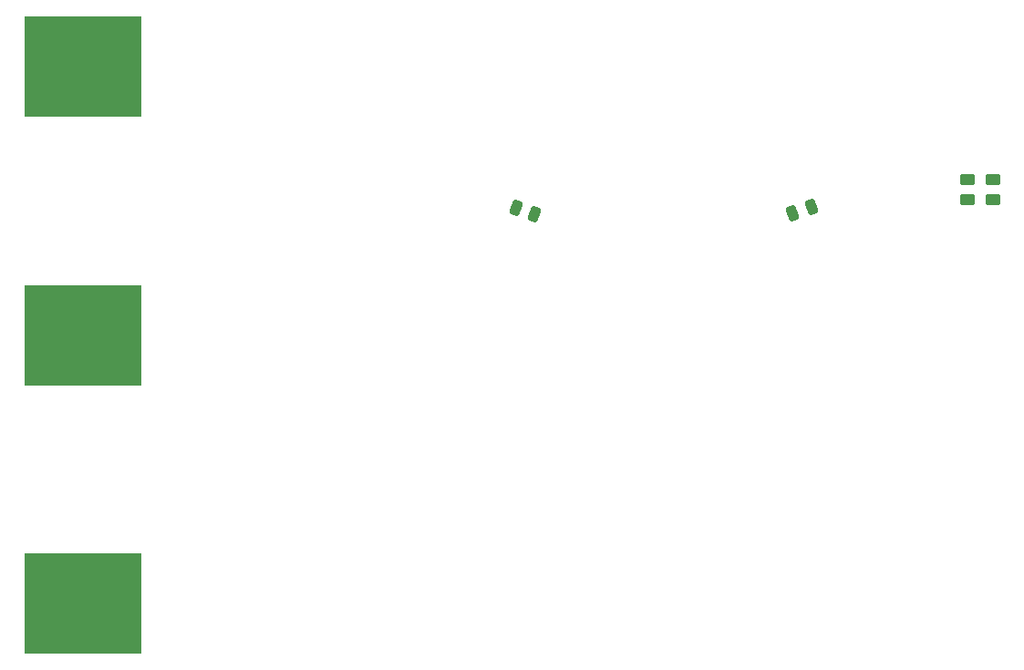
<source format=gbr>
%TF.GenerationSoftware,KiCad,Pcbnew,(6.0.5)*%
%TF.CreationDate,2022-12-16T11:23:46+03:00*%
%TF.ProjectId,3dprinter,33647072-696e-4746-9572-2e6b69636164,rev?*%
%TF.SameCoordinates,Original*%
%TF.FileFunction,Paste,Bot*%
%TF.FilePolarity,Positive*%
%FSLAX46Y46*%
G04 Gerber Fmt 4.6, Leading zero omitted, Abs format (unit mm)*
G04 Created by KiCad (PCBNEW (6.0.5)) date 2022-12-16 11:23:46*
%MOMM*%
%LPD*%
G01*
G04 APERTURE LIST*
G04 Aperture macros list*
%AMRoundRect*
0 Rectangle with rounded corners*
0 $1 Rounding radius*
0 $2 $3 $4 $5 $6 $7 $8 $9 X,Y pos of 4 corners*
0 Add a 4 corners polygon primitive as box body*
4,1,4,$2,$3,$4,$5,$6,$7,$8,$9,$2,$3,0*
0 Add four circle primitives for the rounded corners*
1,1,$1+$1,$2,$3*
1,1,$1+$1,$4,$5*
1,1,$1+$1,$6,$7*
1,1,$1+$1,$8,$9*
0 Add four rect primitives between the rounded corners*
20,1,$1+$1,$2,$3,$4,$5,0*
20,1,$1+$1,$4,$5,$6,$7,0*
20,1,$1+$1,$6,$7,$8,$9,0*
20,1,$1+$1,$8,$9,$2,$3,0*%
G04 Aperture macros list end*
%ADD10R,10.800000X9.385750*%
%ADD11R,10.800000X9.400000*%
%ADD12RoundRect,0.243750X0.385097X0.345367X-0.073003X0.512102X-0.385097X-0.345367X0.073003X-0.512102X0*%
%ADD13RoundRect,0.250000X0.450000X-0.262500X0.450000X0.262500X-0.450000X0.262500X-0.450000X-0.262500X0*%
%ADD14RoundRect,0.243750X0.073003X0.512102X-0.385097X0.345367X-0.073003X-0.512102X0.385097X-0.345367X0*%
G04 APERTURE END LIST*
D10*
%TO.C,Q1*%
X121975000Y-106857125D03*
%TD*%
D11*
%TO.C,Q2*%
X121975000Y-81925000D03*
%TD*%
%TO.C,Q3*%
X121900000Y-57000000D03*
%TD*%
D12*
%TO.C,D5*%
X163880962Y-70720644D03*
X162119038Y-70079356D03*
%TD*%
D13*
%TO.C,R6*%
X204100000Y-69312500D03*
X204100000Y-67487500D03*
%TD*%
%TO.C,R7*%
X206400000Y-69312500D03*
X206400000Y-67487500D03*
%TD*%
D14*
%TO.C,D4*%
X189580962Y-69979356D03*
X187819038Y-70620644D03*
%TD*%
M02*

</source>
